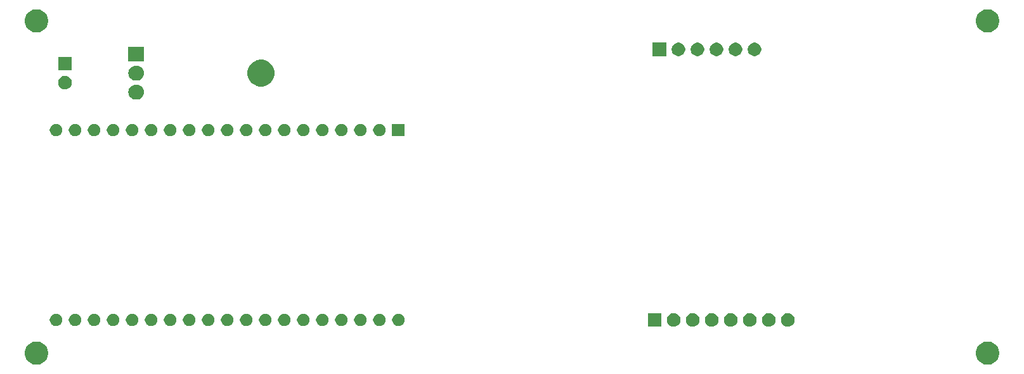
<source format=gbr>
G04 #@! TF.GenerationSoftware,KiCad,Pcbnew,(5.1.5)-3*
G04 #@! TF.CreationDate,2020-08-13T10:07:38-04:00*
G04 #@! TF.ProjectId,WifiAntSwitch,57696669-416e-4745-9377-697463682e6b,A*
G04 #@! TF.SameCoordinates,Original*
G04 #@! TF.FileFunction,Soldermask,Bot*
G04 #@! TF.FilePolarity,Negative*
%FSLAX46Y46*%
G04 Gerber Fmt 4.6, Leading zero omitted, Abs format (unit mm)*
G04 Created by KiCad (PCBNEW (5.1.5)-3) date 2020-08-13 10:07:38*
%MOMM*%
%LPD*%
G04 APERTURE LIST*
%ADD10C,0.100000*%
G04 APERTURE END LIST*
D10*
G36*
X209852585Y-122938802D02*
G01*
X210002410Y-122968604D01*
X210284674Y-123085521D01*
X210538705Y-123255259D01*
X210754741Y-123471295D01*
X210924479Y-123725326D01*
X211041396Y-124007590D01*
X211101000Y-124307240D01*
X211101000Y-124612760D01*
X211041396Y-124912410D01*
X210924479Y-125194674D01*
X210754741Y-125448705D01*
X210538705Y-125664741D01*
X210284674Y-125834479D01*
X210002410Y-125951396D01*
X209852585Y-125981198D01*
X209702761Y-126011000D01*
X209397239Y-126011000D01*
X209247415Y-125981198D01*
X209097590Y-125951396D01*
X208815326Y-125834479D01*
X208561295Y-125664741D01*
X208345259Y-125448705D01*
X208175521Y-125194674D01*
X208058604Y-124912410D01*
X207999000Y-124612760D01*
X207999000Y-124307240D01*
X208058604Y-124007590D01*
X208175521Y-123725326D01*
X208345259Y-123471295D01*
X208561295Y-123255259D01*
X208815326Y-123085521D01*
X209097590Y-122968604D01*
X209247415Y-122938802D01*
X209397239Y-122909000D01*
X209702761Y-122909000D01*
X209852585Y-122938802D01*
G37*
G36*
X82852585Y-122938802D02*
G01*
X83002410Y-122968604D01*
X83284674Y-123085521D01*
X83538705Y-123255259D01*
X83754741Y-123471295D01*
X83924479Y-123725326D01*
X84041396Y-124007590D01*
X84101000Y-124307240D01*
X84101000Y-124612760D01*
X84041396Y-124912410D01*
X83924479Y-125194674D01*
X83754741Y-125448705D01*
X83538705Y-125664741D01*
X83284674Y-125834479D01*
X83002410Y-125951396D01*
X82852585Y-125981198D01*
X82702761Y-126011000D01*
X82397239Y-126011000D01*
X82247415Y-125981198D01*
X82097590Y-125951396D01*
X81815326Y-125834479D01*
X81561295Y-125664741D01*
X81345259Y-125448705D01*
X81175521Y-125194674D01*
X81058604Y-124912410D01*
X80999000Y-124612760D01*
X80999000Y-124307240D01*
X81058604Y-124007590D01*
X81175521Y-123725326D01*
X81345259Y-123471295D01*
X81561295Y-123255259D01*
X81815326Y-123085521D01*
X82097590Y-122968604D01*
X82247415Y-122938802D01*
X82397239Y-122909000D01*
X82702761Y-122909000D01*
X82852585Y-122938802D01*
G37*
G36*
X182993512Y-119118927D02*
G01*
X183142812Y-119148624D01*
X183306784Y-119216544D01*
X183454354Y-119315147D01*
X183579853Y-119440646D01*
X183678456Y-119588216D01*
X183746376Y-119752188D01*
X183781000Y-119926259D01*
X183781000Y-120103741D01*
X183746376Y-120277812D01*
X183678456Y-120441784D01*
X183579853Y-120589354D01*
X183454354Y-120714853D01*
X183306784Y-120813456D01*
X183142812Y-120881376D01*
X182993512Y-120911073D01*
X182968742Y-120916000D01*
X182791258Y-120916000D01*
X182766488Y-120911073D01*
X182617188Y-120881376D01*
X182453216Y-120813456D01*
X182305646Y-120714853D01*
X182180147Y-120589354D01*
X182081544Y-120441784D01*
X182013624Y-120277812D01*
X181979000Y-120103741D01*
X181979000Y-119926259D01*
X182013624Y-119752188D01*
X182081544Y-119588216D01*
X182180147Y-119440646D01*
X182305646Y-119315147D01*
X182453216Y-119216544D01*
X182617188Y-119148624D01*
X182766488Y-119118927D01*
X182791258Y-119114000D01*
X182968742Y-119114000D01*
X182993512Y-119118927D01*
G37*
G36*
X180453512Y-119118927D02*
G01*
X180602812Y-119148624D01*
X180766784Y-119216544D01*
X180914354Y-119315147D01*
X181039853Y-119440646D01*
X181138456Y-119588216D01*
X181206376Y-119752188D01*
X181241000Y-119926259D01*
X181241000Y-120103741D01*
X181206376Y-120277812D01*
X181138456Y-120441784D01*
X181039853Y-120589354D01*
X180914354Y-120714853D01*
X180766784Y-120813456D01*
X180602812Y-120881376D01*
X180453512Y-120911073D01*
X180428742Y-120916000D01*
X180251258Y-120916000D01*
X180226488Y-120911073D01*
X180077188Y-120881376D01*
X179913216Y-120813456D01*
X179765646Y-120714853D01*
X179640147Y-120589354D01*
X179541544Y-120441784D01*
X179473624Y-120277812D01*
X179439000Y-120103741D01*
X179439000Y-119926259D01*
X179473624Y-119752188D01*
X179541544Y-119588216D01*
X179640147Y-119440646D01*
X179765646Y-119315147D01*
X179913216Y-119216544D01*
X180077188Y-119148624D01*
X180226488Y-119118927D01*
X180251258Y-119114000D01*
X180428742Y-119114000D01*
X180453512Y-119118927D01*
G37*
G36*
X175373512Y-119118927D02*
G01*
X175522812Y-119148624D01*
X175686784Y-119216544D01*
X175834354Y-119315147D01*
X175959853Y-119440646D01*
X176058456Y-119588216D01*
X176126376Y-119752188D01*
X176161000Y-119926259D01*
X176161000Y-120103741D01*
X176126376Y-120277812D01*
X176058456Y-120441784D01*
X175959853Y-120589354D01*
X175834354Y-120714853D01*
X175686784Y-120813456D01*
X175522812Y-120881376D01*
X175373512Y-120911073D01*
X175348742Y-120916000D01*
X175171258Y-120916000D01*
X175146488Y-120911073D01*
X174997188Y-120881376D01*
X174833216Y-120813456D01*
X174685646Y-120714853D01*
X174560147Y-120589354D01*
X174461544Y-120441784D01*
X174393624Y-120277812D01*
X174359000Y-120103741D01*
X174359000Y-119926259D01*
X174393624Y-119752188D01*
X174461544Y-119588216D01*
X174560147Y-119440646D01*
X174685646Y-119315147D01*
X174833216Y-119216544D01*
X174997188Y-119148624D01*
X175146488Y-119118927D01*
X175171258Y-119114000D01*
X175348742Y-119114000D01*
X175373512Y-119118927D01*
G37*
G36*
X172833512Y-119118927D02*
G01*
X172982812Y-119148624D01*
X173146784Y-119216544D01*
X173294354Y-119315147D01*
X173419853Y-119440646D01*
X173518456Y-119588216D01*
X173586376Y-119752188D01*
X173621000Y-119926259D01*
X173621000Y-120103741D01*
X173586376Y-120277812D01*
X173518456Y-120441784D01*
X173419853Y-120589354D01*
X173294354Y-120714853D01*
X173146784Y-120813456D01*
X172982812Y-120881376D01*
X172833512Y-120911073D01*
X172808742Y-120916000D01*
X172631258Y-120916000D01*
X172606488Y-120911073D01*
X172457188Y-120881376D01*
X172293216Y-120813456D01*
X172145646Y-120714853D01*
X172020147Y-120589354D01*
X171921544Y-120441784D01*
X171853624Y-120277812D01*
X171819000Y-120103741D01*
X171819000Y-119926259D01*
X171853624Y-119752188D01*
X171921544Y-119588216D01*
X172020147Y-119440646D01*
X172145646Y-119315147D01*
X172293216Y-119216544D01*
X172457188Y-119148624D01*
X172606488Y-119118927D01*
X172631258Y-119114000D01*
X172808742Y-119114000D01*
X172833512Y-119118927D01*
G37*
G36*
X170293512Y-119118927D02*
G01*
X170442812Y-119148624D01*
X170606784Y-119216544D01*
X170754354Y-119315147D01*
X170879853Y-119440646D01*
X170978456Y-119588216D01*
X171046376Y-119752188D01*
X171081000Y-119926259D01*
X171081000Y-120103741D01*
X171046376Y-120277812D01*
X170978456Y-120441784D01*
X170879853Y-120589354D01*
X170754354Y-120714853D01*
X170606784Y-120813456D01*
X170442812Y-120881376D01*
X170293512Y-120911073D01*
X170268742Y-120916000D01*
X170091258Y-120916000D01*
X170066488Y-120911073D01*
X169917188Y-120881376D01*
X169753216Y-120813456D01*
X169605646Y-120714853D01*
X169480147Y-120589354D01*
X169381544Y-120441784D01*
X169313624Y-120277812D01*
X169279000Y-120103741D01*
X169279000Y-119926259D01*
X169313624Y-119752188D01*
X169381544Y-119588216D01*
X169480147Y-119440646D01*
X169605646Y-119315147D01*
X169753216Y-119216544D01*
X169917188Y-119148624D01*
X170066488Y-119118927D01*
X170091258Y-119114000D01*
X170268742Y-119114000D01*
X170293512Y-119118927D01*
G37*
G36*
X166001000Y-120916000D02*
G01*
X164199000Y-120916000D01*
X164199000Y-119114000D01*
X166001000Y-119114000D01*
X166001000Y-120916000D01*
G37*
G36*
X167753512Y-119118927D02*
G01*
X167902812Y-119148624D01*
X168066784Y-119216544D01*
X168214354Y-119315147D01*
X168339853Y-119440646D01*
X168438456Y-119588216D01*
X168506376Y-119752188D01*
X168541000Y-119926259D01*
X168541000Y-120103741D01*
X168506376Y-120277812D01*
X168438456Y-120441784D01*
X168339853Y-120589354D01*
X168214354Y-120714853D01*
X168066784Y-120813456D01*
X167902812Y-120881376D01*
X167753512Y-120911073D01*
X167728742Y-120916000D01*
X167551258Y-120916000D01*
X167526488Y-120911073D01*
X167377188Y-120881376D01*
X167213216Y-120813456D01*
X167065646Y-120714853D01*
X166940147Y-120589354D01*
X166841544Y-120441784D01*
X166773624Y-120277812D01*
X166739000Y-120103741D01*
X166739000Y-119926259D01*
X166773624Y-119752188D01*
X166841544Y-119588216D01*
X166940147Y-119440646D01*
X167065646Y-119315147D01*
X167213216Y-119216544D01*
X167377188Y-119148624D01*
X167526488Y-119118927D01*
X167551258Y-119114000D01*
X167728742Y-119114000D01*
X167753512Y-119118927D01*
G37*
G36*
X177913512Y-119118927D02*
G01*
X178062812Y-119148624D01*
X178226784Y-119216544D01*
X178374354Y-119315147D01*
X178499853Y-119440646D01*
X178598456Y-119588216D01*
X178666376Y-119752188D01*
X178701000Y-119926259D01*
X178701000Y-120103741D01*
X178666376Y-120277812D01*
X178598456Y-120441784D01*
X178499853Y-120589354D01*
X178374354Y-120714853D01*
X178226784Y-120813456D01*
X178062812Y-120881376D01*
X177913512Y-120911073D01*
X177888742Y-120916000D01*
X177711258Y-120916000D01*
X177686488Y-120911073D01*
X177537188Y-120881376D01*
X177373216Y-120813456D01*
X177225646Y-120714853D01*
X177100147Y-120589354D01*
X177001544Y-120441784D01*
X176933624Y-120277812D01*
X176899000Y-120103741D01*
X176899000Y-119926259D01*
X176933624Y-119752188D01*
X177001544Y-119588216D01*
X177100147Y-119440646D01*
X177225646Y-119315147D01*
X177373216Y-119216544D01*
X177537188Y-119148624D01*
X177686488Y-119118927D01*
X177711258Y-119114000D01*
X177888742Y-119114000D01*
X177913512Y-119118927D01*
G37*
G36*
X113347394Y-119215934D02*
G01*
X113498624Y-119278576D01*
X113498626Y-119278577D01*
X113634732Y-119369520D01*
X113750480Y-119485268D01*
X113841423Y-119621374D01*
X113841424Y-119621376D01*
X113904066Y-119772606D01*
X113936000Y-119933152D01*
X113936000Y-120096848D01*
X113904066Y-120257394D01*
X113841424Y-120408624D01*
X113841423Y-120408626D01*
X113750480Y-120544732D01*
X113634732Y-120660480D01*
X113498626Y-120751423D01*
X113498625Y-120751424D01*
X113498624Y-120751424D01*
X113347394Y-120814066D01*
X113186848Y-120846000D01*
X113023152Y-120846000D01*
X112862606Y-120814066D01*
X112711376Y-120751424D01*
X112711375Y-120751424D01*
X112711374Y-120751423D01*
X112575268Y-120660480D01*
X112459520Y-120544732D01*
X112368577Y-120408626D01*
X112368576Y-120408624D01*
X112305934Y-120257394D01*
X112274000Y-120096848D01*
X112274000Y-119933152D01*
X112305934Y-119772606D01*
X112368576Y-119621376D01*
X112368577Y-119621374D01*
X112459520Y-119485268D01*
X112575268Y-119369520D01*
X112711374Y-119278577D01*
X112711376Y-119278576D01*
X112862606Y-119215934D01*
X113023152Y-119184000D01*
X113186848Y-119184000D01*
X113347394Y-119215934D01*
G37*
G36*
X115887394Y-119215934D02*
G01*
X116038624Y-119278576D01*
X116038626Y-119278577D01*
X116174732Y-119369520D01*
X116290480Y-119485268D01*
X116381423Y-119621374D01*
X116381424Y-119621376D01*
X116444066Y-119772606D01*
X116476000Y-119933152D01*
X116476000Y-120096848D01*
X116444066Y-120257394D01*
X116381424Y-120408624D01*
X116381423Y-120408626D01*
X116290480Y-120544732D01*
X116174732Y-120660480D01*
X116038626Y-120751423D01*
X116038625Y-120751424D01*
X116038624Y-120751424D01*
X115887394Y-120814066D01*
X115726848Y-120846000D01*
X115563152Y-120846000D01*
X115402606Y-120814066D01*
X115251376Y-120751424D01*
X115251375Y-120751424D01*
X115251374Y-120751423D01*
X115115268Y-120660480D01*
X114999520Y-120544732D01*
X114908577Y-120408626D01*
X114908576Y-120408624D01*
X114845934Y-120257394D01*
X114814000Y-120096848D01*
X114814000Y-119933152D01*
X114845934Y-119772606D01*
X114908576Y-119621376D01*
X114908577Y-119621374D01*
X114999520Y-119485268D01*
X115115268Y-119369520D01*
X115251374Y-119278577D01*
X115251376Y-119278576D01*
X115402606Y-119215934D01*
X115563152Y-119184000D01*
X115726848Y-119184000D01*
X115887394Y-119215934D01*
G37*
G36*
X118427394Y-119215934D02*
G01*
X118578624Y-119278576D01*
X118578626Y-119278577D01*
X118714732Y-119369520D01*
X118830480Y-119485268D01*
X118921423Y-119621374D01*
X118921424Y-119621376D01*
X118984066Y-119772606D01*
X119016000Y-119933152D01*
X119016000Y-120096848D01*
X118984066Y-120257394D01*
X118921424Y-120408624D01*
X118921423Y-120408626D01*
X118830480Y-120544732D01*
X118714732Y-120660480D01*
X118578626Y-120751423D01*
X118578625Y-120751424D01*
X118578624Y-120751424D01*
X118427394Y-120814066D01*
X118266848Y-120846000D01*
X118103152Y-120846000D01*
X117942606Y-120814066D01*
X117791376Y-120751424D01*
X117791375Y-120751424D01*
X117791374Y-120751423D01*
X117655268Y-120660480D01*
X117539520Y-120544732D01*
X117448577Y-120408626D01*
X117448576Y-120408624D01*
X117385934Y-120257394D01*
X117354000Y-120096848D01*
X117354000Y-119933152D01*
X117385934Y-119772606D01*
X117448576Y-119621376D01*
X117448577Y-119621374D01*
X117539520Y-119485268D01*
X117655268Y-119369520D01*
X117791374Y-119278577D01*
X117791376Y-119278576D01*
X117942606Y-119215934D01*
X118103152Y-119184000D01*
X118266848Y-119184000D01*
X118427394Y-119215934D01*
G37*
G36*
X120967394Y-119215934D02*
G01*
X121118624Y-119278576D01*
X121118626Y-119278577D01*
X121254732Y-119369520D01*
X121370480Y-119485268D01*
X121461423Y-119621374D01*
X121461424Y-119621376D01*
X121524066Y-119772606D01*
X121556000Y-119933152D01*
X121556000Y-120096848D01*
X121524066Y-120257394D01*
X121461424Y-120408624D01*
X121461423Y-120408626D01*
X121370480Y-120544732D01*
X121254732Y-120660480D01*
X121118626Y-120751423D01*
X121118625Y-120751424D01*
X121118624Y-120751424D01*
X120967394Y-120814066D01*
X120806848Y-120846000D01*
X120643152Y-120846000D01*
X120482606Y-120814066D01*
X120331376Y-120751424D01*
X120331375Y-120751424D01*
X120331374Y-120751423D01*
X120195268Y-120660480D01*
X120079520Y-120544732D01*
X119988577Y-120408626D01*
X119988576Y-120408624D01*
X119925934Y-120257394D01*
X119894000Y-120096848D01*
X119894000Y-119933152D01*
X119925934Y-119772606D01*
X119988576Y-119621376D01*
X119988577Y-119621374D01*
X120079520Y-119485268D01*
X120195268Y-119369520D01*
X120331374Y-119278577D01*
X120331376Y-119278576D01*
X120482606Y-119215934D01*
X120643152Y-119184000D01*
X120806848Y-119184000D01*
X120967394Y-119215934D01*
G37*
G36*
X123507394Y-119215934D02*
G01*
X123658624Y-119278576D01*
X123658626Y-119278577D01*
X123794732Y-119369520D01*
X123910480Y-119485268D01*
X124001423Y-119621374D01*
X124001424Y-119621376D01*
X124064066Y-119772606D01*
X124096000Y-119933152D01*
X124096000Y-120096848D01*
X124064066Y-120257394D01*
X124001424Y-120408624D01*
X124001423Y-120408626D01*
X123910480Y-120544732D01*
X123794732Y-120660480D01*
X123658626Y-120751423D01*
X123658625Y-120751424D01*
X123658624Y-120751424D01*
X123507394Y-120814066D01*
X123346848Y-120846000D01*
X123183152Y-120846000D01*
X123022606Y-120814066D01*
X122871376Y-120751424D01*
X122871375Y-120751424D01*
X122871374Y-120751423D01*
X122735268Y-120660480D01*
X122619520Y-120544732D01*
X122528577Y-120408626D01*
X122528576Y-120408624D01*
X122465934Y-120257394D01*
X122434000Y-120096848D01*
X122434000Y-119933152D01*
X122465934Y-119772606D01*
X122528576Y-119621376D01*
X122528577Y-119621374D01*
X122619520Y-119485268D01*
X122735268Y-119369520D01*
X122871374Y-119278577D01*
X122871376Y-119278576D01*
X123022606Y-119215934D01*
X123183152Y-119184000D01*
X123346848Y-119184000D01*
X123507394Y-119215934D01*
G37*
G36*
X126047394Y-119215934D02*
G01*
X126198624Y-119278576D01*
X126198626Y-119278577D01*
X126334732Y-119369520D01*
X126450480Y-119485268D01*
X126541423Y-119621374D01*
X126541424Y-119621376D01*
X126604066Y-119772606D01*
X126636000Y-119933152D01*
X126636000Y-120096848D01*
X126604066Y-120257394D01*
X126541424Y-120408624D01*
X126541423Y-120408626D01*
X126450480Y-120544732D01*
X126334732Y-120660480D01*
X126198626Y-120751423D01*
X126198625Y-120751424D01*
X126198624Y-120751424D01*
X126047394Y-120814066D01*
X125886848Y-120846000D01*
X125723152Y-120846000D01*
X125562606Y-120814066D01*
X125411376Y-120751424D01*
X125411375Y-120751424D01*
X125411374Y-120751423D01*
X125275268Y-120660480D01*
X125159520Y-120544732D01*
X125068577Y-120408626D01*
X125068576Y-120408624D01*
X125005934Y-120257394D01*
X124974000Y-120096848D01*
X124974000Y-119933152D01*
X125005934Y-119772606D01*
X125068576Y-119621376D01*
X125068577Y-119621374D01*
X125159520Y-119485268D01*
X125275268Y-119369520D01*
X125411374Y-119278577D01*
X125411376Y-119278576D01*
X125562606Y-119215934D01*
X125723152Y-119184000D01*
X125886848Y-119184000D01*
X126047394Y-119215934D01*
G37*
G36*
X128587394Y-119215934D02*
G01*
X128738624Y-119278576D01*
X128738626Y-119278577D01*
X128874732Y-119369520D01*
X128990480Y-119485268D01*
X129081423Y-119621374D01*
X129081424Y-119621376D01*
X129144066Y-119772606D01*
X129176000Y-119933152D01*
X129176000Y-120096848D01*
X129144066Y-120257394D01*
X129081424Y-120408624D01*
X129081423Y-120408626D01*
X128990480Y-120544732D01*
X128874732Y-120660480D01*
X128738626Y-120751423D01*
X128738625Y-120751424D01*
X128738624Y-120751424D01*
X128587394Y-120814066D01*
X128426848Y-120846000D01*
X128263152Y-120846000D01*
X128102606Y-120814066D01*
X127951376Y-120751424D01*
X127951375Y-120751424D01*
X127951374Y-120751423D01*
X127815268Y-120660480D01*
X127699520Y-120544732D01*
X127608577Y-120408626D01*
X127608576Y-120408624D01*
X127545934Y-120257394D01*
X127514000Y-120096848D01*
X127514000Y-119933152D01*
X127545934Y-119772606D01*
X127608576Y-119621376D01*
X127608577Y-119621374D01*
X127699520Y-119485268D01*
X127815268Y-119369520D01*
X127951374Y-119278577D01*
X127951376Y-119278576D01*
X128102606Y-119215934D01*
X128263152Y-119184000D01*
X128426848Y-119184000D01*
X128587394Y-119215934D01*
G37*
G36*
X131127394Y-119215934D02*
G01*
X131278624Y-119278576D01*
X131278626Y-119278577D01*
X131414732Y-119369520D01*
X131530480Y-119485268D01*
X131621423Y-119621374D01*
X131621424Y-119621376D01*
X131684066Y-119772606D01*
X131716000Y-119933152D01*
X131716000Y-120096848D01*
X131684066Y-120257394D01*
X131621424Y-120408624D01*
X131621423Y-120408626D01*
X131530480Y-120544732D01*
X131414732Y-120660480D01*
X131278626Y-120751423D01*
X131278625Y-120751424D01*
X131278624Y-120751424D01*
X131127394Y-120814066D01*
X130966848Y-120846000D01*
X130803152Y-120846000D01*
X130642606Y-120814066D01*
X130491376Y-120751424D01*
X130491375Y-120751424D01*
X130491374Y-120751423D01*
X130355268Y-120660480D01*
X130239520Y-120544732D01*
X130148577Y-120408626D01*
X130148576Y-120408624D01*
X130085934Y-120257394D01*
X130054000Y-120096848D01*
X130054000Y-119933152D01*
X130085934Y-119772606D01*
X130148576Y-119621376D01*
X130148577Y-119621374D01*
X130239520Y-119485268D01*
X130355268Y-119369520D01*
X130491374Y-119278577D01*
X130491376Y-119278576D01*
X130642606Y-119215934D01*
X130803152Y-119184000D01*
X130966848Y-119184000D01*
X131127394Y-119215934D01*
G37*
G36*
X85407394Y-119215934D02*
G01*
X85558624Y-119278576D01*
X85558626Y-119278577D01*
X85694732Y-119369520D01*
X85810480Y-119485268D01*
X85901423Y-119621374D01*
X85901424Y-119621376D01*
X85964066Y-119772606D01*
X85996000Y-119933152D01*
X85996000Y-120096848D01*
X85964066Y-120257394D01*
X85901424Y-120408624D01*
X85901423Y-120408626D01*
X85810480Y-120544732D01*
X85694732Y-120660480D01*
X85558626Y-120751423D01*
X85558625Y-120751424D01*
X85558624Y-120751424D01*
X85407394Y-120814066D01*
X85246848Y-120846000D01*
X85083152Y-120846000D01*
X84922606Y-120814066D01*
X84771376Y-120751424D01*
X84771375Y-120751424D01*
X84771374Y-120751423D01*
X84635268Y-120660480D01*
X84519520Y-120544732D01*
X84428577Y-120408626D01*
X84428576Y-120408624D01*
X84365934Y-120257394D01*
X84334000Y-120096848D01*
X84334000Y-119933152D01*
X84365934Y-119772606D01*
X84428576Y-119621376D01*
X84428577Y-119621374D01*
X84519520Y-119485268D01*
X84635268Y-119369520D01*
X84771374Y-119278577D01*
X84771376Y-119278576D01*
X84922606Y-119215934D01*
X85083152Y-119184000D01*
X85246848Y-119184000D01*
X85407394Y-119215934D01*
G37*
G36*
X108267394Y-119215934D02*
G01*
X108418624Y-119278576D01*
X108418626Y-119278577D01*
X108554732Y-119369520D01*
X108670480Y-119485268D01*
X108761423Y-119621374D01*
X108761424Y-119621376D01*
X108824066Y-119772606D01*
X108856000Y-119933152D01*
X108856000Y-120096848D01*
X108824066Y-120257394D01*
X108761424Y-120408624D01*
X108761423Y-120408626D01*
X108670480Y-120544732D01*
X108554732Y-120660480D01*
X108418626Y-120751423D01*
X108418625Y-120751424D01*
X108418624Y-120751424D01*
X108267394Y-120814066D01*
X108106848Y-120846000D01*
X107943152Y-120846000D01*
X107782606Y-120814066D01*
X107631376Y-120751424D01*
X107631375Y-120751424D01*
X107631374Y-120751423D01*
X107495268Y-120660480D01*
X107379520Y-120544732D01*
X107288577Y-120408626D01*
X107288576Y-120408624D01*
X107225934Y-120257394D01*
X107194000Y-120096848D01*
X107194000Y-119933152D01*
X107225934Y-119772606D01*
X107288576Y-119621376D01*
X107288577Y-119621374D01*
X107379520Y-119485268D01*
X107495268Y-119369520D01*
X107631374Y-119278577D01*
X107631376Y-119278576D01*
X107782606Y-119215934D01*
X107943152Y-119184000D01*
X108106848Y-119184000D01*
X108267394Y-119215934D01*
G37*
G36*
X105727394Y-119215934D02*
G01*
X105878624Y-119278576D01*
X105878626Y-119278577D01*
X106014732Y-119369520D01*
X106130480Y-119485268D01*
X106221423Y-119621374D01*
X106221424Y-119621376D01*
X106284066Y-119772606D01*
X106316000Y-119933152D01*
X106316000Y-120096848D01*
X106284066Y-120257394D01*
X106221424Y-120408624D01*
X106221423Y-120408626D01*
X106130480Y-120544732D01*
X106014732Y-120660480D01*
X105878626Y-120751423D01*
X105878625Y-120751424D01*
X105878624Y-120751424D01*
X105727394Y-120814066D01*
X105566848Y-120846000D01*
X105403152Y-120846000D01*
X105242606Y-120814066D01*
X105091376Y-120751424D01*
X105091375Y-120751424D01*
X105091374Y-120751423D01*
X104955268Y-120660480D01*
X104839520Y-120544732D01*
X104748577Y-120408626D01*
X104748576Y-120408624D01*
X104685934Y-120257394D01*
X104654000Y-120096848D01*
X104654000Y-119933152D01*
X104685934Y-119772606D01*
X104748576Y-119621376D01*
X104748577Y-119621374D01*
X104839520Y-119485268D01*
X104955268Y-119369520D01*
X105091374Y-119278577D01*
X105091376Y-119278576D01*
X105242606Y-119215934D01*
X105403152Y-119184000D01*
X105566848Y-119184000D01*
X105727394Y-119215934D01*
G37*
G36*
X103187394Y-119215934D02*
G01*
X103338624Y-119278576D01*
X103338626Y-119278577D01*
X103474732Y-119369520D01*
X103590480Y-119485268D01*
X103681423Y-119621374D01*
X103681424Y-119621376D01*
X103744066Y-119772606D01*
X103776000Y-119933152D01*
X103776000Y-120096848D01*
X103744066Y-120257394D01*
X103681424Y-120408624D01*
X103681423Y-120408626D01*
X103590480Y-120544732D01*
X103474732Y-120660480D01*
X103338626Y-120751423D01*
X103338625Y-120751424D01*
X103338624Y-120751424D01*
X103187394Y-120814066D01*
X103026848Y-120846000D01*
X102863152Y-120846000D01*
X102702606Y-120814066D01*
X102551376Y-120751424D01*
X102551375Y-120751424D01*
X102551374Y-120751423D01*
X102415268Y-120660480D01*
X102299520Y-120544732D01*
X102208577Y-120408626D01*
X102208576Y-120408624D01*
X102145934Y-120257394D01*
X102114000Y-120096848D01*
X102114000Y-119933152D01*
X102145934Y-119772606D01*
X102208576Y-119621376D01*
X102208577Y-119621374D01*
X102299520Y-119485268D01*
X102415268Y-119369520D01*
X102551374Y-119278577D01*
X102551376Y-119278576D01*
X102702606Y-119215934D01*
X102863152Y-119184000D01*
X103026848Y-119184000D01*
X103187394Y-119215934D01*
G37*
G36*
X100647394Y-119215934D02*
G01*
X100798624Y-119278576D01*
X100798626Y-119278577D01*
X100934732Y-119369520D01*
X101050480Y-119485268D01*
X101141423Y-119621374D01*
X101141424Y-119621376D01*
X101204066Y-119772606D01*
X101236000Y-119933152D01*
X101236000Y-120096848D01*
X101204066Y-120257394D01*
X101141424Y-120408624D01*
X101141423Y-120408626D01*
X101050480Y-120544732D01*
X100934732Y-120660480D01*
X100798626Y-120751423D01*
X100798625Y-120751424D01*
X100798624Y-120751424D01*
X100647394Y-120814066D01*
X100486848Y-120846000D01*
X100323152Y-120846000D01*
X100162606Y-120814066D01*
X100011376Y-120751424D01*
X100011375Y-120751424D01*
X100011374Y-120751423D01*
X99875268Y-120660480D01*
X99759520Y-120544732D01*
X99668577Y-120408626D01*
X99668576Y-120408624D01*
X99605934Y-120257394D01*
X99574000Y-120096848D01*
X99574000Y-119933152D01*
X99605934Y-119772606D01*
X99668576Y-119621376D01*
X99668577Y-119621374D01*
X99759520Y-119485268D01*
X99875268Y-119369520D01*
X100011374Y-119278577D01*
X100011376Y-119278576D01*
X100162606Y-119215934D01*
X100323152Y-119184000D01*
X100486848Y-119184000D01*
X100647394Y-119215934D01*
G37*
G36*
X98107394Y-119215934D02*
G01*
X98258624Y-119278576D01*
X98258626Y-119278577D01*
X98394732Y-119369520D01*
X98510480Y-119485268D01*
X98601423Y-119621374D01*
X98601424Y-119621376D01*
X98664066Y-119772606D01*
X98696000Y-119933152D01*
X98696000Y-120096848D01*
X98664066Y-120257394D01*
X98601424Y-120408624D01*
X98601423Y-120408626D01*
X98510480Y-120544732D01*
X98394732Y-120660480D01*
X98258626Y-120751423D01*
X98258625Y-120751424D01*
X98258624Y-120751424D01*
X98107394Y-120814066D01*
X97946848Y-120846000D01*
X97783152Y-120846000D01*
X97622606Y-120814066D01*
X97471376Y-120751424D01*
X97471375Y-120751424D01*
X97471374Y-120751423D01*
X97335268Y-120660480D01*
X97219520Y-120544732D01*
X97128577Y-120408626D01*
X97128576Y-120408624D01*
X97065934Y-120257394D01*
X97034000Y-120096848D01*
X97034000Y-119933152D01*
X97065934Y-119772606D01*
X97128576Y-119621376D01*
X97128577Y-119621374D01*
X97219520Y-119485268D01*
X97335268Y-119369520D01*
X97471374Y-119278577D01*
X97471376Y-119278576D01*
X97622606Y-119215934D01*
X97783152Y-119184000D01*
X97946848Y-119184000D01*
X98107394Y-119215934D01*
G37*
G36*
X95567394Y-119215934D02*
G01*
X95718624Y-119278576D01*
X95718626Y-119278577D01*
X95854732Y-119369520D01*
X95970480Y-119485268D01*
X96061423Y-119621374D01*
X96061424Y-119621376D01*
X96124066Y-119772606D01*
X96156000Y-119933152D01*
X96156000Y-120096848D01*
X96124066Y-120257394D01*
X96061424Y-120408624D01*
X96061423Y-120408626D01*
X95970480Y-120544732D01*
X95854732Y-120660480D01*
X95718626Y-120751423D01*
X95718625Y-120751424D01*
X95718624Y-120751424D01*
X95567394Y-120814066D01*
X95406848Y-120846000D01*
X95243152Y-120846000D01*
X95082606Y-120814066D01*
X94931376Y-120751424D01*
X94931375Y-120751424D01*
X94931374Y-120751423D01*
X94795268Y-120660480D01*
X94679520Y-120544732D01*
X94588577Y-120408626D01*
X94588576Y-120408624D01*
X94525934Y-120257394D01*
X94494000Y-120096848D01*
X94494000Y-119933152D01*
X94525934Y-119772606D01*
X94588576Y-119621376D01*
X94588577Y-119621374D01*
X94679520Y-119485268D01*
X94795268Y-119369520D01*
X94931374Y-119278577D01*
X94931376Y-119278576D01*
X95082606Y-119215934D01*
X95243152Y-119184000D01*
X95406848Y-119184000D01*
X95567394Y-119215934D01*
G37*
G36*
X93027394Y-119215934D02*
G01*
X93178624Y-119278576D01*
X93178626Y-119278577D01*
X93314732Y-119369520D01*
X93430480Y-119485268D01*
X93521423Y-119621374D01*
X93521424Y-119621376D01*
X93584066Y-119772606D01*
X93616000Y-119933152D01*
X93616000Y-120096848D01*
X93584066Y-120257394D01*
X93521424Y-120408624D01*
X93521423Y-120408626D01*
X93430480Y-120544732D01*
X93314732Y-120660480D01*
X93178626Y-120751423D01*
X93178625Y-120751424D01*
X93178624Y-120751424D01*
X93027394Y-120814066D01*
X92866848Y-120846000D01*
X92703152Y-120846000D01*
X92542606Y-120814066D01*
X92391376Y-120751424D01*
X92391375Y-120751424D01*
X92391374Y-120751423D01*
X92255268Y-120660480D01*
X92139520Y-120544732D01*
X92048577Y-120408626D01*
X92048576Y-120408624D01*
X91985934Y-120257394D01*
X91954000Y-120096848D01*
X91954000Y-119933152D01*
X91985934Y-119772606D01*
X92048576Y-119621376D01*
X92048577Y-119621374D01*
X92139520Y-119485268D01*
X92255268Y-119369520D01*
X92391374Y-119278577D01*
X92391376Y-119278576D01*
X92542606Y-119215934D01*
X92703152Y-119184000D01*
X92866848Y-119184000D01*
X93027394Y-119215934D01*
G37*
G36*
X90487394Y-119215934D02*
G01*
X90638624Y-119278576D01*
X90638626Y-119278577D01*
X90774732Y-119369520D01*
X90890480Y-119485268D01*
X90981423Y-119621374D01*
X90981424Y-119621376D01*
X91044066Y-119772606D01*
X91076000Y-119933152D01*
X91076000Y-120096848D01*
X91044066Y-120257394D01*
X90981424Y-120408624D01*
X90981423Y-120408626D01*
X90890480Y-120544732D01*
X90774732Y-120660480D01*
X90638626Y-120751423D01*
X90638625Y-120751424D01*
X90638624Y-120751424D01*
X90487394Y-120814066D01*
X90326848Y-120846000D01*
X90163152Y-120846000D01*
X90002606Y-120814066D01*
X89851376Y-120751424D01*
X89851375Y-120751424D01*
X89851374Y-120751423D01*
X89715268Y-120660480D01*
X89599520Y-120544732D01*
X89508577Y-120408626D01*
X89508576Y-120408624D01*
X89445934Y-120257394D01*
X89414000Y-120096848D01*
X89414000Y-119933152D01*
X89445934Y-119772606D01*
X89508576Y-119621376D01*
X89508577Y-119621374D01*
X89599520Y-119485268D01*
X89715268Y-119369520D01*
X89851374Y-119278577D01*
X89851376Y-119278576D01*
X90002606Y-119215934D01*
X90163152Y-119184000D01*
X90326848Y-119184000D01*
X90487394Y-119215934D01*
G37*
G36*
X87947394Y-119215934D02*
G01*
X88098624Y-119278576D01*
X88098626Y-119278577D01*
X88234732Y-119369520D01*
X88350480Y-119485268D01*
X88441423Y-119621374D01*
X88441424Y-119621376D01*
X88504066Y-119772606D01*
X88536000Y-119933152D01*
X88536000Y-120096848D01*
X88504066Y-120257394D01*
X88441424Y-120408624D01*
X88441423Y-120408626D01*
X88350480Y-120544732D01*
X88234732Y-120660480D01*
X88098626Y-120751423D01*
X88098625Y-120751424D01*
X88098624Y-120751424D01*
X87947394Y-120814066D01*
X87786848Y-120846000D01*
X87623152Y-120846000D01*
X87462606Y-120814066D01*
X87311376Y-120751424D01*
X87311375Y-120751424D01*
X87311374Y-120751423D01*
X87175268Y-120660480D01*
X87059520Y-120544732D01*
X86968577Y-120408626D01*
X86968576Y-120408624D01*
X86905934Y-120257394D01*
X86874000Y-120096848D01*
X86874000Y-119933152D01*
X86905934Y-119772606D01*
X86968576Y-119621376D01*
X86968577Y-119621374D01*
X87059520Y-119485268D01*
X87175268Y-119369520D01*
X87311374Y-119278577D01*
X87311376Y-119278576D01*
X87462606Y-119215934D01*
X87623152Y-119184000D01*
X87786848Y-119184000D01*
X87947394Y-119215934D01*
G37*
G36*
X110807394Y-119215934D02*
G01*
X110958624Y-119278576D01*
X110958626Y-119278577D01*
X111094732Y-119369520D01*
X111210480Y-119485268D01*
X111301423Y-119621374D01*
X111301424Y-119621376D01*
X111364066Y-119772606D01*
X111396000Y-119933152D01*
X111396000Y-120096848D01*
X111364066Y-120257394D01*
X111301424Y-120408624D01*
X111301423Y-120408626D01*
X111210480Y-120544732D01*
X111094732Y-120660480D01*
X110958626Y-120751423D01*
X110958625Y-120751424D01*
X110958624Y-120751424D01*
X110807394Y-120814066D01*
X110646848Y-120846000D01*
X110483152Y-120846000D01*
X110322606Y-120814066D01*
X110171376Y-120751424D01*
X110171375Y-120751424D01*
X110171374Y-120751423D01*
X110035268Y-120660480D01*
X109919520Y-120544732D01*
X109828577Y-120408626D01*
X109828576Y-120408624D01*
X109765934Y-120257394D01*
X109734000Y-120096848D01*
X109734000Y-119933152D01*
X109765934Y-119772606D01*
X109828576Y-119621376D01*
X109828577Y-119621374D01*
X109919520Y-119485268D01*
X110035268Y-119369520D01*
X110171374Y-119278577D01*
X110171376Y-119278576D01*
X110322606Y-119215934D01*
X110483152Y-119184000D01*
X110646848Y-119184000D01*
X110807394Y-119215934D01*
G37*
G36*
X113347394Y-93815934D02*
G01*
X113498624Y-93878576D01*
X113498626Y-93878577D01*
X113634732Y-93969520D01*
X113750480Y-94085268D01*
X113841423Y-94221374D01*
X113841424Y-94221376D01*
X113904066Y-94372606D01*
X113936000Y-94533152D01*
X113936000Y-94696848D01*
X113904066Y-94857394D01*
X113841424Y-95008624D01*
X113841423Y-95008626D01*
X113750480Y-95144732D01*
X113634732Y-95260480D01*
X113498626Y-95351423D01*
X113498625Y-95351424D01*
X113498624Y-95351424D01*
X113347394Y-95414066D01*
X113186848Y-95446000D01*
X113023152Y-95446000D01*
X112862606Y-95414066D01*
X112711376Y-95351424D01*
X112711375Y-95351424D01*
X112711374Y-95351423D01*
X112575268Y-95260480D01*
X112459520Y-95144732D01*
X112368577Y-95008626D01*
X112368576Y-95008624D01*
X112305934Y-94857394D01*
X112274000Y-94696848D01*
X112274000Y-94533152D01*
X112305934Y-94372606D01*
X112368576Y-94221376D01*
X112368577Y-94221374D01*
X112459520Y-94085268D01*
X112575268Y-93969520D01*
X112711374Y-93878577D01*
X112711376Y-93878576D01*
X112862606Y-93815934D01*
X113023152Y-93784000D01*
X113186848Y-93784000D01*
X113347394Y-93815934D01*
G37*
G36*
X87947394Y-93815934D02*
G01*
X88098624Y-93878576D01*
X88098626Y-93878577D01*
X88234732Y-93969520D01*
X88350480Y-94085268D01*
X88441423Y-94221374D01*
X88441424Y-94221376D01*
X88504066Y-94372606D01*
X88536000Y-94533152D01*
X88536000Y-94696848D01*
X88504066Y-94857394D01*
X88441424Y-95008624D01*
X88441423Y-95008626D01*
X88350480Y-95144732D01*
X88234732Y-95260480D01*
X88098626Y-95351423D01*
X88098625Y-95351424D01*
X88098624Y-95351424D01*
X87947394Y-95414066D01*
X87786848Y-95446000D01*
X87623152Y-95446000D01*
X87462606Y-95414066D01*
X87311376Y-95351424D01*
X87311375Y-95351424D01*
X87311374Y-95351423D01*
X87175268Y-95260480D01*
X87059520Y-95144732D01*
X86968577Y-95008626D01*
X86968576Y-95008624D01*
X86905934Y-94857394D01*
X86874000Y-94696848D01*
X86874000Y-94533152D01*
X86905934Y-94372606D01*
X86968576Y-94221376D01*
X86968577Y-94221374D01*
X87059520Y-94085268D01*
X87175268Y-93969520D01*
X87311374Y-93878577D01*
X87311376Y-93878576D01*
X87462606Y-93815934D01*
X87623152Y-93784000D01*
X87786848Y-93784000D01*
X87947394Y-93815934D01*
G37*
G36*
X115887394Y-93815934D02*
G01*
X116038624Y-93878576D01*
X116038626Y-93878577D01*
X116174732Y-93969520D01*
X116290480Y-94085268D01*
X116381423Y-94221374D01*
X116381424Y-94221376D01*
X116444066Y-94372606D01*
X116476000Y-94533152D01*
X116476000Y-94696848D01*
X116444066Y-94857394D01*
X116381424Y-95008624D01*
X116381423Y-95008626D01*
X116290480Y-95144732D01*
X116174732Y-95260480D01*
X116038626Y-95351423D01*
X116038625Y-95351424D01*
X116038624Y-95351424D01*
X115887394Y-95414066D01*
X115726848Y-95446000D01*
X115563152Y-95446000D01*
X115402606Y-95414066D01*
X115251376Y-95351424D01*
X115251375Y-95351424D01*
X115251374Y-95351423D01*
X115115268Y-95260480D01*
X114999520Y-95144732D01*
X114908577Y-95008626D01*
X114908576Y-95008624D01*
X114845934Y-94857394D01*
X114814000Y-94696848D01*
X114814000Y-94533152D01*
X114845934Y-94372606D01*
X114908576Y-94221376D01*
X114908577Y-94221374D01*
X114999520Y-94085268D01*
X115115268Y-93969520D01*
X115251374Y-93878577D01*
X115251376Y-93878576D01*
X115402606Y-93815934D01*
X115563152Y-93784000D01*
X115726848Y-93784000D01*
X115887394Y-93815934D01*
G37*
G36*
X118427394Y-93815934D02*
G01*
X118578624Y-93878576D01*
X118578626Y-93878577D01*
X118714732Y-93969520D01*
X118830480Y-94085268D01*
X118921423Y-94221374D01*
X118921424Y-94221376D01*
X118984066Y-94372606D01*
X119016000Y-94533152D01*
X119016000Y-94696848D01*
X118984066Y-94857394D01*
X118921424Y-95008624D01*
X118921423Y-95008626D01*
X118830480Y-95144732D01*
X118714732Y-95260480D01*
X118578626Y-95351423D01*
X118578625Y-95351424D01*
X118578624Y-95351424D01*
X118427394Y-95414066D01*
X118266848Y-95446000D01*
X118103152Y-95446000D01*
X117942606Y-95414066D01*
X117791376Y-95351424D01*
X117791375Y-95351424D01*
X117791374Y-95351423D01*
X117655268Y-95260480D01*
X117539520Y-95144732D01*
X117448577Y-95008626D01*
X117448576Y-95008624D01*
X117385934Y-94857394D01*
X117354000Y-94696848D01*
X117354000Y-94533152D01*
X117385934Y-94372606D01*
X117448576Y-94221376D01*
X117448577Y-94221374D01*
X117539520Y-94085268D01*
X117655268Y-93969520D01*
X117791374Y-93878577D01*
X117791376Y-93878576D01*
X117942606Y-93815934D01*
X118103152Y-93784000D01*
X118266848Y-93784000D01*
X118427394Y-93815934D01*
G37*
G36*
X120967394Y-93815934D02*
G01*
X121118624Y-93878576D01*
X121118626Y-93878577D01*
X121254732Y-93969520D01*
X121370480Y-94085268D01*
X121461423Y-94221374D01*
X121461424Y-94221376D01*
X121524066Y-94372606D01*
X121556000Y-94533152D01*
X121556000Y-94696848D01*
X121524066Y-94857394D01*
X121461424Y-95008624D01*
X121461423Y-95008626D01*
X121370480Y-95144732D01*
X121254732Y-95260480D01*
X121118626Y-95351423D01*
X121118625Y-95351424D01*
X121118624Y-95351424D01*
X120967394Y-95414066D01*
X120806848Y-95446000D01*
X120643152Y-95446000D01*
X120482606Y-95414066D01*
X120331376Y-95351424D01*
X120331375Y-95351424D01*
X120331374Y-95351423D01*
X120195268Y-95260480D01*
X120079520Y-95144732D01*
X119988577Y-95008626D01*
X119988576Y-95008624D01*
X119925934Y-94857394D01*
X119894000Y-94696848D01*
X119894000Y-94533152D01*
X119925934Y-94372606D01*
X119988576Y-94221376D01*
X119988577Y-94221374D01*
X120079520Y-94085268D01*
X120195268Y-93969520D01*
X120331374Y-93878577D01*
X120331376Y-93878576D01*
X120482606Y-93815934D01*
X120643152Y-93784000D01*
X120806848Y-93784000D01*
X120967394Y-93815934D01*
G37*
G36*
X123507394Y-93815934D02*
G01*
X123658624Y-93878576D01*
X123658626Y-93878577D01*
X123794732Y-93969520D01*
X123910480Y-94085268D01*
X124001423Y-94221374D01*
X124001424Y-94221376D01*
X124064066Y-94372606D01*
X124096000Y-94533152D01*
X124096000Y-94696848D01*
X124064066Y-94857394D01*
X124001424Y-95008624D01*
X124001423Y-95008626D01*
X123910480Y-95144732D01*
X123794732Y-95260480D01*
X123658626Y-95351423D01*
X123658625Y-95351424D01*
X123658624Y-95351424D01*
X123507394Y-95414066D01*
X123346848Y-95446000D01*
X123183152Y-95446000D01*
X123022606Y-95414066D01*
X122871376Y-95351424D01*
X122871375Y-95351424D01*
X122871374Y-95351423D01*
X122735268Y-95260480D01*
X122619520Y-95144732D01*
X122528577Y-95008626D01*
X122528576Y-95008624D01*
X122465934Y-94857394D01*
X122434000Y-94696848D01*
X122434000Y-94533152D01*
X122465934Y-94372606D01*
X122528576Y-94221376D01*
X122528577Y-94221374D01*
X122619520Y-94085268D01*
X122735268Y-93969520D01*
X122871374Y-93878577D01*
X122871376Y-93878576D01*
X123022606Y-93815934D01*
X123183152Y-93784000D01*
X123346848Y-93784000D01*
X123507394Y-93815934D01*
G37*
G36*
X126047394Y-93815934D02*
G01*
X126198624Y-93878576D01*
X126198626Y-93878577D01*
X126334732Y-93969520D01*
X126450480Y-94085268D01*
X126541423Y-94221374D01*
X126541424Y-94221376D01*
X126604066Y-94372606D01*
X126636000Y-94533152D01*
X126636000Y-94696848D01*
X126604066Y-94857394D01*
X126541424Y-95008624D01*
X126541423Y-95008626D01*
X126450480Y-95144732D01*
X126334732Y-95260480D01*
X126198626Y-95351423D01*
X126198625Y-95351424D01*
X126198624Y-95351424D01*
X126047394Y-95414066D01*
X125886848Y-95446000D01*
X125723152Y-95446000D01*
X125562606Y-95414066D01*
X125411376Y-95351424D01*
X125411375Y-95351424D01*
X125411374Y-95351423D01*
X125275268Y-95260480D01*
X125159520Y-95144732D01*
X125068577Y-95008626D01*
X125068576Y-95008624D01*
X125005934Y-94857394D01*
X124974000Y-94696848D01*
X124974000Y-94533152D01*
X125005934Y-94372606D01*
X125068576Y-94221376D01*
X125068577Y-94221374D01*
X125159520Y-94085268D01*
X125275268Y-93969520D01*
X125411374Y-93878577D01*
X125411376Y-93878576D01*
X125562606Y-93815934D01*
X125723152Y-93784000D01*
X125886848Y-93784000D01*
X126047394Y-93815934D01*
G37*
G36*
X85407394Y-93815934D02*
G01*
X85558624Y-93878576D01*
X85558626Y-93878577D01*
X85694732Y-93969520D01*
X85810480Y-94085268D01*
X85901423Y-94221374D01*
X85901424Y-94221376D01*
X85964066Y-94372606D01*
X85996000Y-94533152D01*
X85996000Y-94696848D01*
X85964066Y-94857394D01*
X85901424Y-95008624D01*
X85901423Y-95008626D01*
X85810480Y-95144732D01*
X85694732Y-95260480D01*
X85558626Y-95351423D01*
X85558625Y-95351424D01*
X85558624Y-95351424D01*
X85407394Y-95414066D01*
X85246848Y-95446000D01*
X85083152Y-95446000D01*
X84922606Y-95414066D01*
X84771376Y-95351424D01*
X84771375Y-95351424D01*
X84771374Y-95351423D01*
X84635268Y-95260480D01*
X84519520Y-95144732D01*
X84428577Y-95008626D01*
X84428576Y-95008624D01*
X84365934Y-94857394D01*
X84334000Y-94696848D01*
X84334000Y-94533152D01*
X84365934Y-94372606D01*
X84428576Y-94221376D01*
X84428577Y-94221374D01*
X84519520Y-94085268D01*
X84635268Y-93969520D01*
X84771374Y-93878577D01*
X84771376Y-93878576D01*
X84922606Y-93815934D01*
X85083152Y-93784000D01*
X85246848Y-93784000D01*
X85407394Y-93815934D01*
G37*
G36*
X128587394Y-93815934D02*
G01*
X128738624Y-93878576D01*
X128738626Y-93878577D01*
X128874732Y-93969520D01*
X128990480Y-94085268D01*
X129081423Y-94221374D01*
X129081424Y-94221376D01*
X129144066Y-94372606D01*
X129176000Y-94533152D01*
X129176000Y-94696848D01*
X129144066Y-94857394D01*
X129081424Y-95008624D01*
X129081423Y-95008626D01*
X128990480Y-95144732D01*
X128874732Y-95260480D01*
X128738626Y-95351423D01*
X128738625Y-95351424D01*
X128738624Y-95351424D01*
X128587394Y-95414066D01*
X128426848Y-95446000D01*
X128263152Y-95446000D01*
X128102606Y-95414066D01*
X127951376Y-95351424D01*
X127951375Y-95351424D01*
X127951374Y-95351423D01*
X127815268Y-95260480D01*
X127699520Y-95144732D01*
X127608577Y-95008626D01*
X127608576Y-95008624D01*
X127545934Y-94857394D01*
X127514000Y-94696848D01*
X127514000Y-94533152D01*
X127545934Y-94372606D01*
X127608576Y-94221376D01*
X127608577Y-94221374D01*
X127699520Y-94085268D01*
X127815268Y-93969520D01*
X127951374Y-93878577D01*
X127951376Y-93878576D01*
X128102606Y-93815934D01*
X128263152Y-93784000D01*
X128426848Y-93784000D01*
X128587394Y-93815934D01*
G37*
G36*
X131716000Y-95446000D02*
G01*
X130054000Y-95446000D01*
X130054000Y-93784000D01*
X131716000Y-93784000D01*
X131716000Y-95446000D01*
G37*
G36*
X108267394Y-93815934D02*
G01*
X108418624Y-93878576D01*
X108418626Y-93878577D01*
X108554732Y-93969520D01*
X108670480Y-94085268D01*
X108761423Y-94221374D01*
X108761424Y-94221376D01*
X108824066Y-94372606D01*
X108856000Y-94533152D01*
X108856000Y-94696848D01*
X108824066Y-94857394D01*
X108761424Y-95008624D01*
X108761423Y-95008626D01*
X108670480Y-95144732D01*
X108554732Y-95260480D01*
X108418626Y-95351423D01*
X108418625Y-95351424D01*
X108418624Y-95351424D01*
X108267394Y-95414066D01*
X108106848Y-95446000D01*
X107943152Y-95446000D01*
X107782606Y-95414066D01*
X107631376Y-95351424D01*
X107631375Y-95351424D01*
X107631374Y-95351423D01*
X107495268Y-95260480D01*
X107379520Y-95144732D01*
X107288577Y-95008626D01*
X107288576Y-95008624D01*
X107225934Y-94857394D01*
X107194000Y-94696848D01*
X107194000Y-94533152D01*
X107225934Y-94372606D01*
X107288576Y-94221376D01*
X107288577Y-94221374D01*
X107379520Y-94085268D01*
X107495268Y-93969520D01*
X107631374Y-93878577D01*
X107631376Y-93878576D01*
X107782606Y-93815934D01*
X107943152Y-93784000D01*
X108106848Y-93784000D01*
X108267394Y-93815934D01*
G37*
G36*
X105727394Y-93815934D02*
G01*
X105878624Y-93878576D01*
X105878626Y-93878577D01*
X106014732Y-93969520D01*
X106130480Y-94085268D01*
X106221423Y-94221374D01*
X106221424Y-94221376D01*
X106284066Y-94372606D01*
X106316000Y-94533152D01*
X106316000Y-94696848D01*
X106284066Y-94857394D01*
X106221424Y-95008624D01*
X106221423Y-95008626D01*
X106130480Y-95144732D01*
X106014732Y-95260480D01*
X105878626Y-95351423D01*
X105878625Y-95351424D01*
X105878624Y-95351424D01*
X105727394Y-95414066D01*
X105566848Y-95446000D01*
X105403152Y-95446000D01*
X105242606Y-95414066D01*
X105091376Y-95351424D01*
X105091375Y-95351424D01*
X105091374Y-95351423D01*
X104955268Y-95260480D01*
X104839520Y-95144732D01*
X104748577Y-95008626D01*
X104748576Y-95008624D01*
X104685934Y-94857394D01*
X104654000Y-94696848D01*
X104654000Y-94533152D01*
X104685934Y-94372606D01*
X104748576Y-94221376D01*
X104748577Y-94221374D01*
X104839520Y-94085268D01*
X104955268Y-93969520D01*
X105091374Y-93878577D01*
X105091376Y-93878576D01*
X105242606Y-93815934D01*
X105403152Y-93784000D01*
X105566848Y-93784000D01*
X105727394Y-93815934D01*
G37*
G36*
X98107394Y-93815934D02*
G01*
X98258624Y-93878576D01*
X98258626Y-93878577D01*
X98394732Y-93969520D01*
X98510480Y-94085268D01*
X98601423Y-94221374D01*
X98601424Y-94221376D01*
X98664066Y-94372606D01*
X98696000Y-94533152D01*
X98696000Y-94696848D01*
X98664066Y-94857394D01*
X98601424Y-95008624D01*
X98601423Y-95008626D01*
X98510480Y-95144732D01*
X98394732Y-95260480D01*
X98258626Y-95351423D01*
X98258625Y-95351424D01*
X98258624Y-95351424D01*
X98107394Y-95414066D01*
X97946848Y-95446000D01*
X97783152Y-95446000D01*
X97622606Y-95414066D01*
X97471376Y-95351424D01*
X97471375Y-95351424D01*
X97471374Y-95351423D01*
X97335268Y-95260480D01*
X97219520Y-95144732D01*
X97128577Y-95008626D01*
X97128576Y-95008624D01*
X97065934Y-94857394D01*
X97034000Y-94696848D01*
X97034000Y-94533152D01*
X97065934Y-94372606D01*
X97128576Y-94221376D01*
X97128577Y-94221374D01*
X97219520Y-94085268D01*
X97335268Y-93969520D01*
X97471374Y-93878577D01*
X97471376Y-93878576D01*
X97622606Y-93815934D01*
X97783152Y-93784000D01*
X97946848Y-93784000D01*
X98107394Y-93815934D01*
G37*
G36*
X95567394Y-93815934D02*
G01*
X95718624Y-93878576D01*
X95718626Y-93878577D01*
X95854732Y-93969520D01*
X95970480Y-94085268D01*
X96061423Y-94221374D01*
X96061424Y-94221376D01*
X96124066Y-94372606D01*
X96156000Y-94533152D01*
X96156000Y-94696848D01*
X96124066Y-94857394D01*
X96061424Y-95008624D01*
X96061423Y-95008626D01*
X95970480Y-95144732D01*
X95854732Y-95260480D01*
X95718626Y-95351423D01*
X95718625Y-95351424D01*
X95718624Y-95351424D01*
X95567394Y-95414066D01*
X95406848Y-95446000D01*
X95243152Y-95446000D01*
X95082606Y-95414066D01*
X94931376Y-95351424D01*
X94931375Y-95351424D01*
X94931374Y-95351423D01*
X94795268Y-95260480D01*
X94679520Y-95144732D01*
X94588577Y-95008626D01*
X94588576Y-95008624D01*
X94525934Y-94857394D01*
X94494000Y-94696848D01*
X94494000Y-94533152D01*
X94525934Y-94372606D01*
X94588576Y-94221376D01*
X94588577Y-94221374D01*
X94679520Y-94085268D01*
X94795268Y-93969520D01*
X94931374Y-93878577D01*
X94931376Y-93878576D01*
X95082606Y-93815934D01*
X95243152Y-93784000D01*
X95406848Y-93784000D01*
X95567394Y-93815934D01*
G37*
G36*
X93027394Y-93815934D02*
G01*
X93178624Y-93878576D01*
X93178626Y-93878577D01*
X93314732Y-93969520D01*
X93430480Y-94085268D01*
X93521423Y-94221374D01*
X93521424Y-94221376D01*
X93584066Y-94372606D01*
X93616000Y-94533152D01*
X93616000Y-94696848D01*
X93584066Y-94857394D01*
X93521424Y-95008624D01*
X93521423Y-95008626D01*
X93430480Y-95144732D01*
X93314732Y-95260480D01*
X93178626Y-95351423D01*
X93178625Y-95351424D01*
X93178624Y-95351424D01*
X93027394Y-95414066D01*
X92866848Y-95446000D01*
X92703152Y-95446000D01*
X92542606Y-95414066D01*
X92391376Y-95351424D01*
X92391375Y-95351424D01*
X92391374Y-95351423D01*
X92255268Y-95260480D01*
X92139520Y-95144732D01*
X92048577Y-95008626D01*
X92048576Y-95008624D01*
X91985934Y-94857394D01*
X91954000Y-94696848D01*
X91954000Y-94533152D01*
X91985934Y-94372606D01*
X92048576Y-94221376D01*
X92048577Y-94221374D01*
X92139520Y-94085268D01*
X92255268Y-93969520D01*
X92391374Y-93878577D01*
X92391376Y-93878576D01*
X92542606Y-93815934D01*
X92703152Y-93784000D01*
X92866848Y-93784000D01*
X93027394Y-93815934D01*
G37*
G36*
X90487394Y-93815934D02*
G01*
X90638624Y-93878576D01*
X90638626Y-93878577D01*
X90774732Y-93969520D01*
X90890480Y-94085268D01*
X90981423Y-94221374D01*
X90981424Y-94221376D01*
X91044066Y-94372606D01*
X91076000Y-94533152D01*
X91076000Y-94696848D01*
X91044066Y-94857394D01*
X90981424Y-95008624D01*
X90981423Y-95008626D01*
X90890480Y-95144732D01*
X90774732Y-95260480D01*
X90638626Y-95351423D01*
X90638625Y-95351424D01*
X90638624Y-95351424D01*
X90487394Y-95414066D01*
X90326848Y-95446000D01*
X90163152Y-95446000D01*
X90002606Y-95414066D01*
X89851376Y-95351424D01*
X89851375Y-95351424D01*
X89851374Y-95351423D01*
X89715268Y-95260480D01*
X89599520Y-95144732D01*
X89508577Y-95008626D01*
X89508576Y-95008624D01*
X89445934Y-94857394D01*
X89414000Y-94696848D01*
X89414000Y-94533152D01*
X89445934Y-94372606D01*
X89508576Y-94221376D01*
X89508577Y-94221374D01*
X89599520Y-94085268D01*
X89715268Y-93969520D01*
X89851374Y-93878577D01*
X89851376Y-93878576D01*
X90002606Y-93815934D01*
X90163152Y-93784000D01*
X90326848Y-93784000D01*
X90487394Y-93815934D01*
G37*
G36*
X103187394Y-93815934D02*
G01*
X103338624Y-93878576D01*
X103338626Y-93878577D01*
X103474732Y-93969520D01*
X103590480Y-94085268D01*
X103681423Y-94221374D01*
X103681424Y-94221376D01*
X103744066Y-94372606D01*
X103776000Y-94533152D01*
X103776000Y-94696848D01*
X103744066Y-94857394D01*
X103681424Y-95008624D01*
X103681423Y-95008626D01*
X103590480Y-95144732D01*
X103474732Y-95260480D01*
X103338626Y-95351423D01*
X103338625Y-95351424D01*
X103338624Y-95351424D01*
X103187394Y-95414066D01*
X103026848Y-95446000D01*
X102863152Y-95446000D01*
X102702606Y-95414066D01*
X102551376Y-95351424D01*
X102551375Y-95351424D01*
X102551374Y-95351423D01*
X102415268Y-95260480D01*
X102299520Y-95144732D01*
X102208577Y-95008626D01*
X102208576Y-95008624D01*
X102145934Y-94857394D01*
X102114000Y-94696848D01*
X102114000Y-94533152D01*
X102145934Y-94372606D01*
X102208576Y-94221376D01*
X102208577Y-94221374D01*
X102299520Y-94085268D01*
X102415268Y-93969520D01*
X102551374Y-93878577D01*
X102551376Y-93878576D01*
X102702606Y-93815934D01*
X102863152Y-93784000D01*
X103026848Y-93784000D01*
X103187394Y-93815934D01*
G37*
G36*
X100647394Y-93815934D02*
G01*
X100798624Y-93878576D01*
X100798626Y-93878577D01*
X100934732Y-93969520D01*
X101050480Y-94085268D01*
X101141423Y-94221374D01*
X101141424Y-94221376D01*
X101204066Y-94372606D01*
X101236000Y-94533152D01*
X101236000Y-94696848D01*
X101204066Y-94857394D01*
X101141424Y-95008624D01*
X101141423Y-95008626D01*
X101050480Y-95144732D01*
X100934732Y-95260480D01*
X100798626Y-95351423D01*
X100798625Y-95351424D01*
X100798624Y-95351424D01*
X100647394Y-95414066D01*
X100486848Y-95446000D01*
X100323152Y-95446000D01*
X100162606Y-95414066D01*
X100011376Y-95351424D01*
X100011375Y-95351424D01*
X100011374Y-95351423D01*
X99875268Y-95260480D01*
X99759520Y-95144732D01*
X99668577Y-95008626D01*
X99668576Y-95008624D01*
X99605934Y-94857394D01*
X99574000Y-94696848D01*
X99574000Y-94533152D01*
X99605934Y-94372606D01*
X99668576Y-94221376D01*
X99668577Y-94221374D01*
X99759520Y-94085268D01*
X99875268Y-93969520D01*
X100011374Y-93878577D01*
X100011376Y-93878576D01*
X100162606Y-93815934D01*
X100323152Y-93784000D01*
X100486848Y-93784000D01*
X100647394Y-93815934D01*
G37*
G36*
X110807394Y-93815934D02*
G01*
X110958624Y-93878576D01*
X110958626Y-93878577D01*
X111094732Y-93969520D01*
X111210480Y-94085268D01*
X111301423Y-94221374D01*
X111301424Y-94221376D01*
X111364066Y-94372606D01*
X111396000Y-94533152D01*
X111396000Y-94696848D01*
X111364066Y-94857394D01*
X111301424Y-95008624D01*
X111301423Y-95008626D01*
X111210480Y-95144732D01*
X111094732Y-95260480D01*
X110958626Y-95351423D01*
X110958625Y-95351424D01*
X110958624Y-95351424D01*
X110807394Y-95414066D01*
X110646848Y-95446000D01*
X110483152Y-95446000D01*
X110322606Y-95414066D01*
X110171376Y-95351424D01*
X110171375Y-95351424D01*
X110171374Y-95351423D01*
X110035268Y-95260480D01*
X109919520Y-95144732D01*
X109828577Y-95008626D01*
X109828576Y-95008624D01*
X109765934Y-94857394D01*
X109734000Y-94696848D01*
X109734000Y-94533152D01*
X109765934Y-94372606D01*
X109828576Y-94221376D01*
X109828577Y-94221374D01*
X109919520Y-94085268D01*
X110035268Y-93969520D01*
X110171374Y-93878577D01*
X110171376Y-93878576D01*
X110322606Y-93815934D01*
X110483152Y-93784000D01*
X110646848Y-93784000D01*
X110807394Y-93815934D01*
G37*
G36*
X96030936Y-88536340D02*
G01*
X96129220Y-88546020D01*
X96318381Y-88603401D01*
X96492712Y-88696583D01*
X96645515Y-88821985D01*
X96770917Y-88974788D01*
X96864099Y-89149119D01*
X96921480Y-89338280D01*
X96940855Y-89535000D01*
X96921480Y-89731720D01*
X96864099Y-89920881D01*
X96770917Y-90095212D01*
X96645515Y-90248015D01*
X96492712Y-90373417D01*
X96318381Y-90466599D01*
X96129220Y-90523980D01*
X96030936Y-90533660D01*
X95981795Y-90538500D01*
X95788205Y-90538500D01*
X95739064Y-90533660D01*
X95640780Y-90523980D01*
X95451619Y-90466599D01*
X95277288Y-90373417D01*
X95124485Y-90248015D01*
X94999083Y-90095212D01*
X94905901Y-89920881D01*
X94848520Y-89731720D01*
X94829145Y-89535000D01*
X94848520Y-89338280D01*
X94905901Y-89149119D01*
X94999083Y-88974788D01*
X95124485Y-88821985D01*
X95277288Y-88696583D01*
X95451619Y-88603401D01*
X95640780Y-88546020D01*
X95739064Y-88536340D01*
X95788205Y-88531500D01*
X95981795Y-88531500D01*
X96030936Y-88536340D01*
G37*
G36*
X86473512Y-87368927D02*
G01*
X86622812Y-87398624D01*
X86786784Y-87466544D01*
X86934354Y-87565147D01*
X87059853Y-87690646D01*
X87158456Y-87838216D01*
X87226376Y-88002188D01*
X87261000Y-88176259D01*
X87261000Y-88353741D01*
X87226376Y-88527812D01*
X87158456Y-88691784D01*
X87059853Y-88839354D01*
X86934354Y-88964853D01*
X86786784Y-89063456D01*
X86622812Y-89131376D01*
X86473512Y-89161073D01*
X86448742Y-89166000D01*
X86271258Y-89166000D01*
X86246488Y-89161073D01*
X86097188Y-89131376D01*
X85933216Y-89063456D01*
X85785646Y-88964853D01*
X85660147Y-88839354D01*
X85561544Y-88691784D01*
X85493624Y-88527812D01*
X85459000Y-88353741D01*
X85459000Y-88176259D01*
X85493624Y-88002188D01*
X85561544Y-87838216D01*
X85660147Y-87690646D01*
X85785646Y-87565147D01*
X85933216Y-87466544D01*
X86097188Y-87398624D01*
X86246488Y-87368927D01*
X86271258Y-87364000D01*
X86448742Y-87364000D01*
X86473512Y-87368927D01*
G37*
G36*
X113070331Y-85263211D02*
G01*
X113398092Y-85398974D01*
X113693070Y-85596072D01*
X113943928Y-85846930D01*
X114141026Y-86141908D01*
X114276789Y-86469669D01*
X114346000Y-86817616D01*
X114346000Y-87172384D01*
X114276789Y-87520331D01*
X114141026Y-87848092D01*
X113943928Y-88143070D01*
X113693070Y-88393928D01*
X113398092Y-88591026D01*
X113070331Y-88726789D01*
X112722384Y-88796000D01*
X112367616Y-88796000D01*
X112019669Y-88726789D01*
X111691908Y-88591026D01*
X111396930Y-88393928D01*
X111146072Y-88143070D01*
X110948974Y-87848092D01*
X110813211Y-87520331D01*
X110744000Y-87172384D01*
X110744000Y-86817616D01*
X110813211Y-86469669D01*
X110948974Y-86141908D01*
X111146072Y-85846930D01*
X111396930Y-85596072D01*
X111691908Y-85398974D01*
X112019669Y-85263211D01*
X112367616Y-85194000D01*
X112722384Y-85194000D01*
X113070331Y-85263211D01*
G37*
G36*
X96030936Y-85996340D02*
G01*
X96129220Y-86006020D01*
X96318381Y-86063401D01*
X96492712Y-86156583D01*
X96645515Y-86281985D01*
X96770917Y-86434788D01*
X96864099Y-86609119D01*
X96921480Y-86798280D01*
X96940855Y-86995000D01*
X96921480Y-87191720D01*
X96864099Y-87380881D01*
X96770917Y-87555212D01*
X96645515Y-87708015D01*
X96492712Y-87833417D01*
X96318381Y-87926599D01*
X96129220Y-87983980D01*
X96030936Y-87993660D01*
X95981795Y-87998500D01*
X95788205Y-87998500D01*
X95739064Y-87993660D01*
X95640780Y-87983980D01*
X95451619Y-87926599D01*
X95277288Y-87833417D01*
X95124485Y-87708015D01*
X94999083Y-87555212D01*
X94905901Y-87380881D01*
X94848520Y-87191720D01*
X94829145Y-86995000D01*
X94848520Y-86798280D01*
X94905901Y-86609119D01*
X94999083Y-86434788D01*
X95124485Y-86281985D01*
X95277288Y-86156583D01*
X95451619Y-86063401D01*
X95640780Y-86006020D01*
X95739064Y-85996340D01*
X95788205Y-85991500D01*
X95981795Y-85991500D01*
X96030936Y-85996340D01*
G37*
G36*
X87261000Y-86626000D02*
G01*
X85459000Y-86626000D01*
X85459000Y-84824000D01*
X87261000Y-84824000D01*
X87261000Y-86626000D01*
G37*
G36*
X96936000Y-85458500D02*
G01*
X94834000Y-85458500D01*
X94834000Y-83451500D01*
X96936000Y-83451500D01*
X96936000Y-85458500D01*
G37*
G36*
X168388512Y-82923927D02*
G01*
X168537812Y-82953624D01*
X168701784Y-83021544D01*
X168849354Y-83120147D01*
X168974853Y-83245646D01*
X169073456Y-83393216D01*
X169141376Y-83557188D01*
X169176000Y-83731259D01*
X169176000Y-83908741D01*
X169141376Y-84082812D01*
X169073456Y-84246784D01*
X168974853Y-84394354D01*
X168849354Y-84519853D01*
X168701784Y-84618456D01*
X168537812Y-84686376D01*
X168388512Y-84716073D01*
X168363742Y-84721000D01*
X168186258Y-84721000D01*
X168161488Y-84716073D01*
X168012188Y-84686376D01*
X167848216Y-84618456D01*
X167700646Y-84519853D01*
X167575147Y-84394354D01*
X167476544Y-84246784D01*
X167408624Y-84082812D01*
X167374000Y-83908741D01*
X167374000Y-83731259D01*
X167408624Y-83557188D01*
X167476544Y-83393216D01*
X167575147Y-83245646D01*
X167700646Y-83120147D01*
X167848216Y-83021544D01*
X168012188Y-82953624D01*
X168161488Y-82923927D01*
X168186258Y-82919000D01*
X168363742Y-82919000D01*
X168388512Y-82923927D01*
G37*
G36*
X166636000Y-84721000D02*
G01*
X164834000Y-84721000D01*
X164834000Y-82919000D01*
X166636000Y-82919000D01*
X166636000Y-84721000D01*
G37*
G36*
X170928512Y-82923927D02*
G01*
X171077812Y-82953624D01*
X171241784Y-83021544D01*
X171389354Y-83120147D01*
X171514853Y-83245646D01*
X171613456Y-83393216D01*
X171681376Y-83557188D01*
X171716000Y-83731259D01*
X171716000Y-83908741D01*
X171681376Y-84082812D01*
X171613456Y-84246784D01*
X171514853Y-84394354D01*
X171389354Y-84519853D01*
X171241784Y-84618456D01*
X171077812Y-84686376D01*
X170928512Y-84716073D01*
X170903742Y-84721000D01*
X170726258Y-84721000D01*
X170701488Y-84716073D01*
X170552188Y-84686376D01*
X170388216Y-84618456D01*
X170240646Y-84519853D01*
X170115147Y-84394354D01*
X170016544Y-84246784D01*
X169948624Y-84082812D01*
X169914000Y-83908741D01*
X169914000Y-83731259D01*
X169948624Y-83557188D01*
X170016544Y-83393216D01*
X170115147Y-83245646D01*
X170240646Y-83120147D01*
X170388216Y-83021544D01*
X170552188Y-82953624D01*
X170701488Y-82923927D01*
X170726258Y-82919000D01*
X170903742Y-82919000D01*
X170928512Y-82923927D01*
G37*
G36*
X173468512Y-82923927D02*
G01*
X173617812Y-82953624D01*
X173781784Y-83021544D01*
X173929354Y-83120147D01*
X174054853Y-83245646D01*
X174153456Y-83393216D01*
X174221376Y-83557188D01*
X174256000Y-83731259D01*
X174256000Y-83908741D01*
X174221376Y-84082812D01*
X174153456Y-84246784D01*
X174054853Y-84394354D01*
X173929354Y-84519853D01*
X173781784Y-84618456D01*
X173617812Y-84686376D01*
X173468512Y-84716073D01*
X173443742Y-84721000D01*
X173266258Y-84721000D01*
X173241488Y-84716073D01*
X173092188Y-84686376D01*
X172928216Y-84618456D01*
X172780646Y-84519853D01*
X172655147Y-84394354D01*
X172556544Y-84246784D01*
X172488624Y-84082812D01*
X172454000Y-83908741D01*
X172454000Y-83731259D01*
X172488624Y-83557188D01*
X172556544Y-83393216D01*
X172655147Y-83245646D01*
X172780646Y-83120147D01*
X172928216Y-83021544D01*
X173092188Y-82953624D01*
X173241488Y-82923927D01*
X173266258Y-82919000D01*
X173443742Y-82919000D01*
X173468512Y-82923927D01*
G37*
G36*
X176008512Y-82923927D02*
G01*
X176157812Y-82953624D01*
X176321784Y-83021544D01*
X176469354Y-83120147D01*
X176594853Y-83245646D01*
X176693456Y-83393216D01*
X176761376Y-83557188D01*
X176796000Y-83731259D01*
X176796000Y-83908741D01*
X176761376Y-84082812D01*
X176693456Y-84246784D01*
X176594853Y-84394354D01*
X176469354Y-84519853D01*
X176321784Y-84618456D01*
X176157812Y-84686376D01*
X176008512Y-84716073D01*
X175983742Y-84721000D01*
X175806258Y-84721000D01*
X175781488Y-84716073D01*
X175632188Y-84686376D01*
X175468216Y-84618456D01*
X175320646Y-84519853D01*
X175195147Y-84394354D01*
X175096544Y-84246784D01*
X175028624Y-84082812D01*
X174994000Y-83908741D01*
X174994000Y-83731259D01*
X175028624Y-83557188D01*
X175096544Y-83393216D01*
X175195147Y-83245646D01*
X175320646Y-83120147D01*
X175468216Y-83021544D01*
X175632188Y-82953624D01*
X175781488Y-82923927D01*
X175806258Y-82919000D01*
X175983742Y-82919000D01*
X176008512Y-82923927D01*
G37*
G36*
X178548512Y-82923927D02*
G01*
X178697812Y-82953624D01*
X178861784Y-83021544D01*
X179009354Y-83120147D01*
X179134853Y-83245646D01*
X179233456Y-83393216D01*
X179301376Y-83557188D01*
X179336000Y-83731259D01*
X179336000Y-83908741D01*
X179301376Y-84082812D01*
X179233456Y-84246784D01*
X179134853Y-84394354D01*
X179009354Y-84519853D01*
X178861784Y-84618456D01*
X178697812Y-84686376D01*
X178548512Y-84716073D01*
X178523742Y-84721000D01*
X178346258Y-84721000D01*
X178321488Y-84716073D01*
X178172188Y-84686376D01*
X178008216Y-84618456D01*
X177860646Y-84519853D01*
X177735147Y-84394354D01*
X177636544Y-84246784D01*
X177568624Y-84082812D01*
X177534000Y-83908741D01*
X177534000Y-83731259D01*
X177568624Y-83557188D01*
X177636544Y-83393216D01*
X177735147Y-83245646D01*
X177860646Y-83120147D01*
X178008216Y-83021544D01*
X178172188Y-82953624D01*
X178321488Y-82923927D01*
X178346258Y-82919000D01*
X178523742Y-82919000D01*
X178548512Y-82923927D01*
G37*
G36*
X209852585Y-78488802D02*
G01*
X210002410Y-78518604D01*
X210284674Y-78635521D01*
X210538705Y-78805259D01*
X210754741Y-79021295D01*
X210924479Y-79275326D01*
X211041396Y-79557590D01*
X211101000Y-79857240D01*
X211101000Y-80162760D01*
X211041396Y-80462410D01*
X210924479Y-80744674D01*
X210754741Y-80998705D01*
X210538705Y-81214741D01*
X210284674Y-81384479D01*
X210002410Y-81501396D01*
X209852585Y-81531198D01*
X209702761Y-81561000D01*
X209397239Y-81561000D01*
X209247415Y-81531198D01*
X209097590Y-81501396D01*
X208815326Y-81384479D01*
X208561295Y-81214741D01*
X208345259Y-80998705D01*
X208175521Y-80744674D01*
X208058604Y-80462410D01*
X207999000Y-80162760D01*
X207999000Y-79857240D01*
X208058604Y-79557590D01*
X208175521Y-79275326D01*
X208345259Y-79021295D01*
X208561295Y-78805259D01*
X208815326Y-78635521D01*
X209097590Y-78518604D01*
X209247415Y-78488802D01*
X209397239Y-78459000D01*
X209702761Y-78459000D01*
X209852585Y-78488802D01*
G37*
G36*
X82852585Y-78488802D02*
G01*
X83002410Y-78518604D01*
X83284674Y-78635521D01*
X83538705Y-78805259D01*
X83754741Y-79021295D01*
X83924479Y-79275326D01*
X84041396Y-79557590D01*
X84101000Y-79857240D01*
X84101000Y-80162760D01*
X84041396Y-80462410D01*
X83924479Y-80744674D01*
X83754741Y-80998705D01*
X83538705Y-81214741D01*
X83284674Y-81384479D01*
X83002410Y-81501396D01*
X82852585Y-81531198D01*
X82702761Y-81561000D01*
X82397239Y-81561000D01*
X82247415Y-81531198D01*
X82097590Y-81501396D01*
X81815326Y-81384479D01*
X81561295Y-81214741D01*
X81345259Y-80998705D01*
X81175521Y-80744674D01*
X81058604Y-80462410D01*
X80999000Y-80162760D01*
X80999000Y-79857240D01*
X81058604Y-79557590D01*
X81175521Y-79275326D01*
X81345259Y-79021295D01*
X81561295Y-78805259D01*
X81815326Y-78635521D01*
X82097590Y-78518604D01*
X82247415Y-78488802D01*
X82397239Y-78459000D01*
X82702761Y-78459000D01*
X82852585Y-78488802D01*
G37*
M02*

</source>
